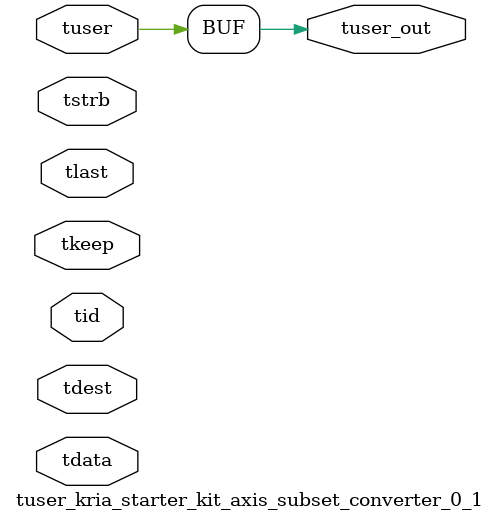
<source format=v>


`timescale 1ps/1ps

module tuser_kria_starter_kit_axis_subset_converter_0_1 #
(
parameter C_S_AXIS_TUSER_WIDTH = 1,
parameter C_S_AXIS_TDATA_WIDTH = 32,
parameter C_S_AXIS_TID_WIDTH   = 0,
parameter C_S_AXIS_TDEST_WIDTH = 0,
parameter C_M_AXIS_TUSER_WIDTH = 1
)
(
input  [(C_S_AXIS_TUSER_WIDTH == 0 ? 1 : C_S_AXIS_TUSER_WIDTH)-1:0     ] tuser,
input  [(C_S_AXIS_TDATA_WIDTH == 0 ? 1 : C_S_AXIS_TDATA_WIDTH)-1:0     ] tdata,
input  [(C_S_AXIS_TID_WIDTH   == 0 ? 1 : C_S_AXIS_TID_WIDTH)-1:0       ] tid,
input  [(C_S_AXIS_TDEST_WIDTH == 0 ? 1 : C_S_AXIS_TDEST_WIDTH)-1:0     ] tdest,
input  [(C_S_AXIS_TDATA_WIDTH/8)-1:0 ] tkeep,
input  [(C_S_AXIS_TDATA_WIDTH/8)-1:0 ] tstrb,
input                                                                    tlast,
output [C_M_AXIS_TUSER_WIDTH-1:0] tuser_out
);

assign tuser_out = {tuser[0:0]};

endmodule


</source>
